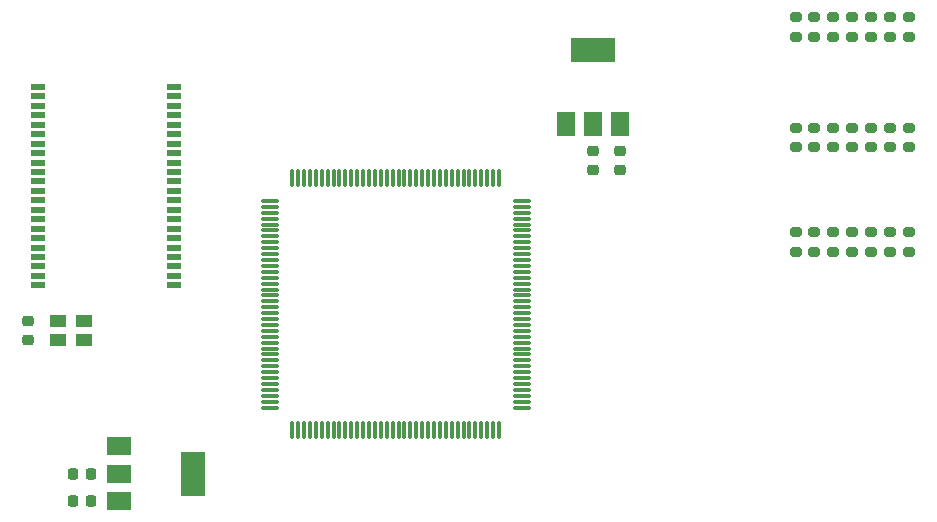
<source format=gbr>
%TF.GenerationSoftware,KiCad,Pcbnew,7.0.8-7.0.8~ubuntu22.04.1*%
%TF.CreationDate,2023-10-10T13:43:40+03:00*%
%TF.ProjectId,minifp,6d696e69-6670-42e6-9b69-6361645f7063,rev?*%
%TF.SameCoordinates,Original*%
%TF.FileFunction,Paste,Top*%
%TF.FilePolarity,Positive*%
%FSLAX46Y46*%
G04 Gerber Fmt 4.6, Leading zero omitted, Abs format (unit mm)*
G04 Created by KiCad (PCBNEW 7.0.8-7.0.8~ubuntu22.04.1) date 2023-10-10 13:43:40*
%MOMM*%
%LPD*%
G01*
G04 APERTURE LIST*
G04 Aperture macros list*
%AMRoundRect*
0 Rectangle with rounded corners*
0 $1 Rounding radius*
0 $2 $3 $4 $5 $6 $7 $8 $9 X,Y pos of 4 corners*
0 Add a 4 corners polygon primitive as box body*
4,1,4,$2,$3,$4,$5,$6,$7,$8,$9,$2,$3,0*
0 Add four circle primitives for the rounded corners*
1,1,$1+$1,$2,$3*
1,1,$1+$1,$4,$5*
1,1,$1+$1,$6,$7*
1,1,$1+$1,$8,$9*
0 Add four rect primitives between the rounded corners*
20,1,$1+$1,$2,$3,$4,$5,0*
20,1,$1+$1,$4,$5,$6,$7,0*
20,1,$1+$1,$6,$7,$8,$9,0*
20,1,$1+$1,$8,$9,$2,$3,0*%
G04 Aperture macros list end*
%ADD10R,1.400000X1.000000*%
%ADD11R,1.295000X0.600000*%
%ADD12RoundRect,0.200000X-0.275000X0.200000X-0.275000X-0.200000X0.275000X-0.200000X0.275000X0.200000X0*%
%ADD13RoundRect,0.225000X-0.250000X0.225000X-0.250000X-0.225000X0.250000X-0.225000X0.250000X0.225000X0*%
%ADD14R,2.000000X1.500000*%
%ADD15R,2.000000X3.800000*%
%ADD16RoundRect,0.225000X0.225000X0.250000X-0.225000X0.250000X-0.225000X-0.250000X0.225000X-0.250000X0*%
%ADD17RoundRect,0.075000X0.662500X0.075000X-0.662500X0.075000X-0.662500X-0.075000X0.662500X-0.075000X0*%
%ADD18RoundRect,0.075000X0.075000X0.662500X-0.075000X0.662500X-0.075000X-0.662500X0.075000X-0.662500X0*%
%ADD19R,1.500000X2.000000*%
%ADD20R,3.800000X2.000000*%
G04 APERTURE END LIST*
D10*
%TO.C,Y1*%
X120910000Y-123010000D03*
X123110000Y-123010000D03*
X123110000Y-121410000D03*
X120910000Y-121410000D03*
%TD*%
D11*
%TO.C,IC1*%
X119272000Y-101600000D03*
X119272000Y-102400000D03*
X119272000Y-103200000D03*
X119272000Y-104000000D03*
X119272000Y-104800000D03*
X119272000Y-105600000D03*
X119272000Y-106400000D03*
X119272000Y-107200000D03*
X119272000Y-108000000D03*
X119272000Y-108800000D03*
X119272000Y-109600000D03*
X119272000Y-110400000D03*
X119272000Y-111200000D03*
X119272000Y-112000000D03*
X119272000Y-112800000D03*
X119272000Y-113600000D03*
X119272000Y-114400000D03*
X119272000Y-115200000D03*
X119272000Y-116000000D03*
X119272000Y-116800000D03*
X119272000Y-117600000D03*
X119272000Y-118400000D03*
X130728000Y-118400000D03*
X130728000Y-117600000D03*
X130728000Y-116800000D03*
X130728000Y-116000000D03*
X130728000Y-115200000D03*
X130728000Y-114400000D03*
X130728000Y-113600000D03*
X130728000Y-112800000D03*
X130728000Y-112000000D03*
X130728000Y-111200000D03*
X130728000Y-110400000D03*
X130728000Y-109600000D03*
X130728000Y-108800000D03*
X130728000Y-108000000D03*
X130728000Y-107200000D03*
X130728000Y-106400000D03*
X130728000Y-105600000D03*
X130728000Y-104800000D03*
X130728000Y-104000000D03*
X130728000Y-103200000D03*
X130728000Y-102400000D03*
X130728000Y-101600000D03*
%TD*%
D12*
%TO.C,R12*%
X189789000Y-105075000D03*
X189789000Y-106725000D03*
%TD*%
%TO.C,R9*%
X184989000Y-105075000D03*
X184989000Y-106725000D03*
%TD*%
D13*
%TO.C,C201*%
X166243000Y-107048000D03*
X166243000Y-108598000D03*
%TD*%
D12*
%TO.C,R6*%
X191389000Y-95695000D03*
X191389000Y-97345000D03*
%TD*%
D14*
%TO.C,U602*%
X126090000Y-132030000D03*
X126090000Y-134330000D03*
D15*
X132390000Y-134330000D03*
D14*
X126090000Y-136630000D03*
%TD*%
D12*
%TO.C,R21*%
X192989000Y-113920000D03*
X192989000Y-115570000D03*
%TD*%
%TO.C,R16*%
X184989000Y-113920000D03*
X184989000Y-115570000D03*
%TD*%
%TO.C,R1*%
X183389000Y-95695000D03*
X183389000Y-97345000D03*
%TD*%
%TO.C,R17*%
X186589000Y-113920000D03*
X186589000Y-115570000D03*
%TD*%
%TO.C,R5*%
X189789000Y-95695000D03*
X189789000Y-97345000D03*
%TD*%
%TO.C,R15*%
X183389000Y-113920000D03*
X183389000Y-115570000D03*
%TD*%
D13*
%TO.C,C202*%
X168543000Y-107048000D03*
X168543000Y-108598000D03*
%TD*%
%TO.C,C20*%
X118400000Y-121435000D03*
X118400000Y-122985000D03*
%TD*%
D12*
%TO.C,R14*%
X192989000Y-105075000D03*
X192989000Y-106725000D03*
%TD*%
D16*
%TO.C,C204*%
X123766600Y-136630000D03*
X122216600Y-136630000D03*
%TD*%
D12*
%TO.C,R8*%
X183389000Y-105075000D03*
X183389000Y-106725000D03*
%TD*%
%TO.C,R7*%
X192989000Y-95695000D03*
X192989000Y-97345000D03*
%TD*%
%TO.C,R19*%
X189789000Y-113920000D03*
X189789000Y-115570000D03*
%TD*%
%TO.C,R13*%
X191389000Y-105075000D03*
X191389000Y-106725000D03*
%TD*%
%TO.C,R4*%
X188189000Y-95695000D03*
X188189000Y-97345000D03*
%TD*%
%TO.C,R20*%
X191389000Y-113920000D03*
X191389000Y-115570000D03*
%TD*%
D17*
%TO.C,U2*%
X160192500Y-128750000D03*
X160192500Y-128250000D03*
X160192500Y-127750000D03*
X160192500Y-127250000D03*
X160192500Y-126750000D03*
X160192500Y-126250000D03*
X160192500Y-125750000D03*
X160192500Y-125250000D03*
X160192500Y-124750000D03*
X160192500Y-124250000D03*
X160192500Y-123750000D03*
X160192500Y-123250000D03*
X160192500Y-122750000D03*
X160192500Y-122250000D03*
X160192500Y-121750000D03*
X160192500Y-121250000D03*
X160192500Y-120750000D03*
X160192500Y-120250000D03*
X160192500Y-119750000D03*
X160192500Y-119250000D03*
X160192500Y-118750000D03*
X160192500Y-118250000D03*
X160192500Y-117750000D03*
X160192500Y-117250000D03*
X160192500Y-116750000D03*
X160192500Y-116250000D03*
X160192500Y-115750000D03*
X160192500Y-115250000D03*
X160192500Y-114750000D03*
X160192500Y-114250000D03*
X160192500Y-113750000D03*
X160192500Y-113250000D03*
X160192500Y-112750000D03*
X160192500Y-112250000D03*
X160192500Y-111750000D03*
X160192500Y-111250000D03*
D18*
X158280000Y-109337500D03*
X157780000Y-109337500D03*
X157280000Y-109337500D03*
X156780000Y-109337500D03*
X156280000Y-109337500D03*
X155780000Y-109337500D03*
X155280000Y-109337500D03*
X154780000Y-109337500D03*
X154280000Y-109337500D03*
X153780000Y-109337500D03*
X153280000Y-109337500D03*
X152780000Y-109337500D03*
X152280000Y-109337500D03*
X151780000Y-109337500D03*
X151280000Y-109337500D03*
X150780000Y-109337500D03*
X150280000Y-109337500D03*
X149780000Y-109337500D03*
X149280000Y-109337500D03*
X148780000Y-109337500D03*
X148280000Y-109337500D03*
X147780000Y-109337500D03*
X147280000Y-109337500D03*
X146780000Y-109337500D03*
X146280000Y-109337500D03*
X145780000Y-109337500D03*
X145280000Y-109337500D03*
X144780000Y-109337500D03*
X144280000Y-109337500D03*
X143780000Y-109337500D03*
X143280000Y-109337500D03*
X142780000Y-109337500D03*
X142280000Y-109337500D03*
X141780000Y-109337500D03*
X141280000Y-109337500D03*
X140780000Y-109337500D03*
D17*
X138867500Y-111250000D03*
X138867500Y-111750000D03*
X138867500Y-112250000D03*
X138867500Y-112750000D03*
X138867500Y-113250000D03*
X138867500Y-113750000D03*
X138867500Y-114250000D03*
X138867500Y-114750000D03*
X138867500Y-115250000D03*
X138867500Y-115750000D03*
X138867500Y-116250000D03*
X138867500Y-116750000D03*
X138867500Y-117250000D03*
X138867500Y-117750000D03*
X138867500Y-118250000D03*
X138867500Y-118750000D03*
X138867500Y-119250000D03*
X138867500Y-119750000D03*
X138867500Y-120250000D03*
X138867500Y-120750000D03*
X138867500Y-121250000D03*
X138867500Y-121750000D03*
X138867500Y-122250000D03*
X138867500Y-122750000D03*
X138867500Y-123250000D03*
X138867500Y-123750000D03*
X138867500Y-124250000D03*
X138867500Y-124750000D03*
X138867500Y-125250000D03*
X138867500Y-125750000D03*
X138867500Y-126250000D03*
X138867500Y-126750000D03*
X138867500Y-127250000D03*
X138867500Y-127750000D03*
X138867500Y-128250000D03*
X138867500Y-128750000D03*
D18*
X140780000Y-130662500D03*
X141280000Y-130662500D03*
X141780000Y-130662500D03*
X142280000Y-130662500D03*
X142780000Y-130662500D03*
X143280000Y-130662500D03*
X143780000Y-130662500D03*
X144280000Y-130662500D03*
X144780000Y-130662500D03*
X145280000Y-130662500D03*
X145780000Y-130662500D03*
X146280000Y-130662500D03*
X146780000Y-130662500D03*
X147280000Y-130662500D03*
X147780000Y-130662500D03*
X148280000Y-130662500D03*
X148780000Y-130662500D03*
X149280000Y-130662500D03*
X149780000Y-130662500D03*
X150280000Y-130662500D03*
X150780000Y-130662500D03*
X151280000Y-130662500D03*
X151780000Y-130662500D03*
X152280000Y-130662500D03*
X152780000Y-130662500D03*
X153280000Y-130662500D03*
X153780000Y-130662500D03*
X154280000Y-130662500D03*
X154780000Y-130662500D03*
X155280000Y-130662500D03*
X155780000Y-130662500D03*
X156280000Y-130662500D03*
X156780000Y-130662500D03*
X157280000Y-130662500D03*
X157780000Y-130662500D03*
X158280000Y-130662500D03*
%TD*%
D12*
%TO.C,R2*%
X184989000Y-95695000D03*
X184989000Y-97345000D03*
%TD*%
D16*
%TO.C,C203*%
X123766600Y-134330000D03*
X122216600Y-134330000D03*
%TD*%
D19*
%TO.C,U601*%
X163943000Y-104750000D03*
X166243000Y-104750000D03*
D20*
X166243000Y-98450000D03*
D19*
X168543000Y-104750000D03*
%TD*%
D12*
%TO.C,R3*%
X186589000Y-95695000D03*
X186589000Y-97345000D03*
%TD*%
%TO.C,R18*%
X188189000Y-113920000D03*
X188189000Y-115570000D03*
%TD*%
%TO.C,R11*%
X188189000Y-105075000D03*
X188189000Y-106725000D03*
%TD*%
%TO.C,R10*%
X186589000Y-105075000D03*
X186589000Y-106725000D03*
%TD*%
M02*

</source>
